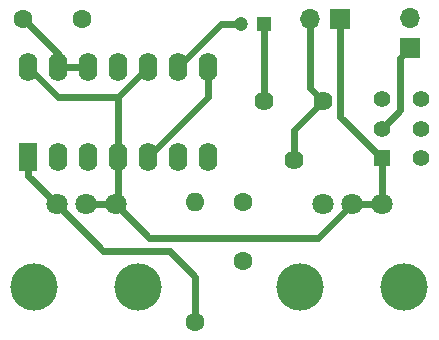
<source format=gbr>
%TF.GenerationSoftware,KiCad,Pcbnew,(6.0.5)*%
%TF.CreationDate,2023-09-02T14:46:17+01:00*%
%TF.ProjectId,AtariPunkConsole,41746172-6950-4756-9e6b-436f6e736f6c,rev?*%
%TF.SameCoordinates,Original*%
%TF.FileFunction,Copper,L1,Top*%
%TF.FilePolarity,Positive*%
%FSLAX46Y46*%
G04 Gerber Fmt 4.6, Leading zero omitted, Abs format (unit mm)*
G04 Created by KiCad (PCBNEW (6.0.5)) date 2023-09-02 14:46:17*
%MOMM*%
%LPD*%
G01*
G04 APERTURE LIST*
%TA.AperFunction,WasherPad*%
%ADD10C,4.000000*%
%TD*%
%TA.AperFunction,ComponentPad*%
%ADD11C,1.800000*%
%TD*%
%TA.AperFunction,ComponentPad*%
%ADD12R,1.400000X1.400000*%
%TD*%
%TA.AperFunction,ComponentPad*%
%ADD13C,1.400000*%
%TD*%
%TA.AperFunction,ComponentPad*%
%ADD14R,1.600000X2.400000*%
%TD*%
%TA.AperFunction,ComponentPad*%
%ADD15O,1.600000X2.400000*%
%TD*%
%TA.AperFunction,ComponentPad*%
%ADD16R,1.700000X1.700000*%
%TD*%
%TA.AperFunction,ComponentPad*%
%ADD17O,1.700000X1.700000*%
%TD*%
%TA.AperFunction,ComponentPad*%
%ADD18C,1.600000*%
%TD*%
%TA.AperFunction,ComponentPad*%
%ADD19O,1.600000X1.600000*%
%TD*%
%TA.AperFunction,ComponentPad*%
%ADD20C,1.620000*%
%TD*%
%TA.AperFunction,ComponentPad*%
%ADD21R,1.200000X1.200000*%
%TD*%
%TA.AperFunction,ComponentPad*%
%ADD22C,1.200000*%
%TD*%
%TA.AperFunction,Conductor*%
%ADD23C,0.600000*%
%TD*%
G04 APERTURE END LIST*
D10*
%TO.P,RV2,*%
%TO.N,*%
X153070000Y-114740000D03*
X144270000Y-114740000D03*
D11*
%TO.P,RV2,1,1*%
%TO.N,Net-(U1-Pad12)*%
X146170000Y-107740000D03*
%TO.P,RV2,2,2*%
%TO.N,+9V*%
X148670000Y-107740000D03*
%TO.P,RV2,3,3*%
X151170000Y-107740000D03*
%TD*%
D12*
%TO.P,S1,1*%
%TO.N,+9V*%
X151160000Y-103877500D03*
D13*
%TO.P,S1,2*%
%TO.N,Net-(BT1-Pad1)*%
X151160000Y-101377500D03*
%TO.P,S1,3*%
%TO.N,unconnected-(S1-Pad3)*%
X151160000Y-98877500D03*
%TO.P,S1,4*%
%TO.N,N/C*%
X154460000Y-103877500D03*
%TO.P,S1,5*%
X154460000Y-101377500D03*
%TO.P,S1,6*%
X154460000Y-98877500D03*
%TD*%
D14*
%TO.P,U1,1,DIS*%
%TO.N,Net-(R2-Pad1)*%
X121215000Y-103775000D03*
D15*
%TO.P,U1,2,THR*%
%TO.N,Net-(R2-Pad2)*%
X123755000Y-103775000D03*
%TO.P,U1,3,CV*%
%TO.N,unconnected-(U1-Pad3)*%
X126295000Y-103775000D03*
%TO.P,U1,4,R*%
%TO.N,+9V*%
X128835000Y-103775000D03*
%TO.P,U1,5,Q*%
%TO.N,Net-(U1-Pad5)*%
X131375000Y-103775000D03*
%TO.P,U1,6,TR*%
%TO.N,Net-(R2-Pad2)*%
X133915000Y-103775000D03*
%TO.P,U1,7,GND*%
%TO.N,GND*%
X136455000Y-103775000D03*
%TO.P,U1,8,TR*%
%TO.N,Net-(U1-Pad5)*%
X136455000Y-96155000D03*
%TO.P,U1,9,Q*%
%TO.N,Net-(C3-Pad2)*%
X133915000Y-96155000D03*
%TO.P,U1,10,R*%
%TO.N,+9V*%
X131375000Y-96155000D03*
%TO.P,U1,11,CV*%
%TO.N,unconnected-(U1-Pad11)*%
X128835000Y-96155000D03*
%TO.P,U1,12,THR*%
%TO.N,Net-(U1-Pad12)*%
X126295000Y-96155000D03*
%TO.P,U1,13,DIS*%
X123755000Y-96155000D03*
%TO.P,U1,14,VCC*%
%TO.N,+9V*%
X121215000Y-96155000D03*
%TD*%
D16*
%TO.P,BT1,1,+*%
%TO.N,Net-(BT1-Pad1)*%
X153600000Y-94505000D03*
D17*
%TO.P,BT1,2,-*%
%TO.N,GND*%
X153600000Y-91965000D03*
%TD*%
D18*
%TO.P,R2,1*%
%TO.N,Net-(R2-Pad1)*%
X135390000Y-117770000D03*
D19*
%TO.P,R2,2*%
%TO.N,Net-(R2-Pad2)*%
X135390000Y-107610000D03*
%TD*%
D20*
%TO.P,RV3,1,1*%
%TO.N,Net-(C3-Pad1)*%
X141240000Y-99010000D03*
%TO.P,RV3,2,2*%
%TO.N,Net-(RV3-Pad2)*%
X143740000Y-104010000D03*
%TO.P,RV3,3,3*%
X146240000Y-99010000D03*
%TD*%
D16*
%TO.P,LS1,1,1*%
%TO.N,+9V*%
X147665000Y-92100000D03*
D17*
%TO.P,LS1,2,2*%
%TO.N,Net-(RV3-Pad2)*%
X145125000Y-92100000D03*
%TD*%
D18*
%TO.P,C2,1*%
%TO.N,Net-(U1-Pad12)*%
X120820000Y-92050000D03*
%TO.P,C2,2*%
%TO.N,GND*%
X125820000Y-92050000D03*
%TD*%
%TO.P,C1,1*%
%TO.N,Net-(R2-Pad2)*%
X139410000Y-112610000D03*
%TO.P,C1,2*%
%TO.N,GND*%
X139410000Y-107610000D03*
%TD*%
D10*
%TO.P,RV1,*%
%TO.N,*%
X121740000Y-114780000D03*
X130540000Y-114780000D03*
D11*
%TO.P,RV1,1,1*%
%TO.N,Net-(R2-Pad1)*%
X123640000Y-107780000D03*
%TO.P,RV1,2,2*%
%TO.N,+9V*%
X126140000Y-107780000D03*
%TO.P,RV1,3,3*%
X128640000Y-107780000D03*
%TD*%
D21*
%TO.P,C3,1*%
%TO.N,Net-(C3-Pad1)*%
X141242600Y-92540000D03*
D22*
%TO.P,C3,2*%
%TO.N,Net-(C3-Pad2)*%
X139242600Y-92540000D03*
%TD*%
D23*
%TO.N,Net-(BT1-Pad1)*%
X152750000Y-99787500D02*
X152750000Y-95355000D01*
X152750000Y-95355000D02*
X153600000Y-94505000D01*
X151160000Y-101377500D02*
X152750000Y-99787500D01*
%TO.N,Net-(U1-Pad12)*%
X123755000Y-96155000D02*
X123755000Y-94985000D01*
X123755000Y-94985000D02*
X120820000Y-92050000D01*
X126295000Y-96155000D02*
X123755000Y-96155000D01*
%TO.N,Net-(C3-Pad1)*%
X141242600Y-92540000D02*
X141242600Y-99007400D01*
X141242600Y-99007400D02*
X141240000Y-99010000D01*
%TO.N,Net-(C3-Pad2)*%
X133915000Y-96155000D02*
X137530000Y-92540000D01*
X137530000Y-92540000D02*
X139242600Y-92540000D01*
%TO.N,+9V*%
X128640000Y-107780000D02*
X131490000Y-110630000D01*
X128835000Y-103775000D02*
X128835000Y-107585000D01*
X145780000Y-110630000D02*
X148670000Y-107740000D01*
X128835000Y-98695000D02*
X131375000Y-96155000D01*
X151160000Y-107730000D02*
X151170000Y-107740000D01*
X126140000Y-107780000D02*
X128640000Y-107780000D01*
X128835000Y-107585000D02*
X128640000Y-107780000D01*
X121215000Y-96155000D02*
X123755000Y-98695000D01*
X147665000Y-92100000D02*
X147665000Y-100382500D01*
X151160000Y-103877500D02*
X151160000Y-107730000D01*
X123755000Y-98695000D02*
X128835000Y-98695000D01*
X147665000Y-100382500D02*
X151160000Y-103877500D01*
X128835000Y-103775000D02*
X128835000Y-98695000D01*
X131490000Y-110630000D02*
X145780000Y-110630000D01*
X148670000Y-107740000D02*
X151170000Y-107740000D01*
%TO.N,Net-(R2-Pad1)*%
X127610000Y-111750000D02*
X133240000Y-111750000D01*
X135390000Y-113900000D02*
X135390000Y-117770000D01*
X133240000Y-111750000D02*
X135390000Y-113900000D01*
X123640000Y-107780000D02*
X127610000Y-111750000D01*
X121215000Y-103775000D02*
X121215000Y-105355000D01*
X121215000Y-105355000D02*
X123640000Y-107780000D01*
%TO.N,Net-(RV3-Pad2)*%
X143740000Y-104010000D02*
X143740000Y-101510000D01*
X145125000Y-97895000D02*
X146240000Y-99010000D01*
X145125000Y-92100000D02*
X145125000Y-97895000D01*
X143740000Y-101510000D02*
X146240000Y-99010000D01*
%TO.N,Net-(U1-Pad5)*%
X136455000Y-98695000D02*
X131375000Y-103775000D01*
X136455000Y-96155000D02*
X136455000Y-98695000D01*
%TD*%
M02*

</source>
